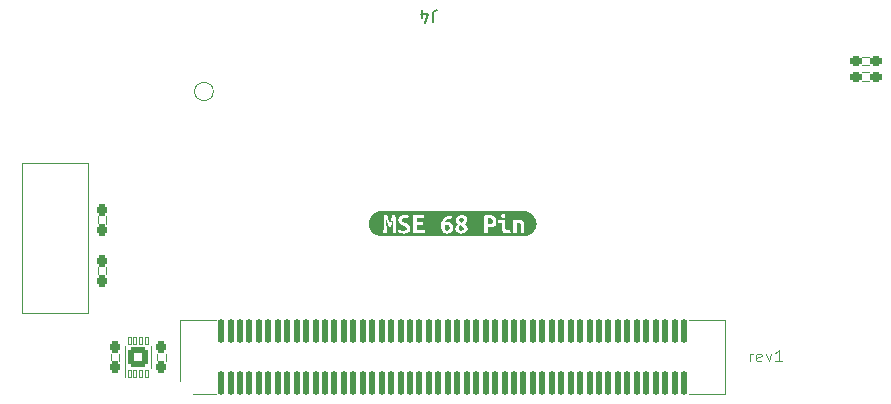
<source format=gto>
G04 #@! TF.GenerationSoftware,KiCad,Pcbnew,8.0.6*
G04 #@! TF.CreationDate,2024-11-07T02:27:38-08:00*
G04 #@! TF.ProjectId,mse-68-hd,6d73652d-3638-42d6-9864-2e6b69636164,1*
G04 #@! TF.SameCoordinates,Original*
G04 #@! TF.FileFunction,Legend,Top*
G04 #@! TF.FilePolarity,Positive*
%FSLAX46Y46*%
G04 Gerber Fmt 4.6, Leading zero omitted, Abs format (unit mm)*
G04 Created by KiCad (PCBNEW 8.0.6) date 2024-11-07 02:27:38*
%MOMM*%
%LPD*%
G01*
G04 APERTURE LIST*
G04 Aperture macros list*
%AMRoundRect*
0 Rectangle with rounded corners*
0 $1 Rounding radius*
0 $2 $3 $4 $5 $6 $7 $8 $9 X,Y pos of 4 corners*
0 Add a 4 corners polygon primitive as box body*
4,1,4,$2,$3,$4,$5,$6,$7,$8,$9,$2,$3,0*
0 Add four circle primitives for the rounded corners*
1,1,$1+$1,$2,$3*
1,1,$1+$1,$4,$5*
1,1,$1+$1,$6,$7*
1,1,$1+$1,$8,$9*
0 Add four rect primitives between the rounded corners*
20,1,$1+$1,$2,$3,$4,$5,0*
20,1,$1+$1,$4,$5,$6,$7,0*
20,1,$1+$1,$6,$7,$8,$9,0*
20,1,$1+$1,$8,$9,$2,$3,0*%
G04 Aperture macros list end*
%ADD10C,0.100000*%
%ADD11C,0.150000*%
%ADD12C,0.120000*%
%ADD13C,0.000000*%
%ADD14C,0.800000*%
%ADD15C,1.200000*%
%ADD16RoundRect,0.125000X0.125000X0.925000X-0.125000X0.925000X-0.125000X-0.925000X0.125000X-0.925000X0*%
%ADD17RoundRect,0.225000X0.225000X-0.275000X0.225000X0.275000X-0.225000X0.275000X-0.225000X-0.275000X0*%
%ADD18RoundRect,0.225000X-0.225000X0.275000X-0.225000X-0.275000X0.225000X-0.275000X0.225000X0.275000X0*%
%ADD19RoundRect,0.225000X-0.275000X-0.225000X0.275000X-0.225000X0.275000X0.225000X-0.275000X0.225000X0*%
%ADD20C,1.300000*%
%ADD21C,4.200000*%
%ADD22C,6.500000*%
%ADD23RoundRect,0.062500X0.137500X-0.287500X0.137500X0.287500X-0.137500X0.287500X-0.137500X-0.287500X0*%
%ADD24RoundRect,0.265625X0.584375X-0.584375X0.584375X0.584375X-0.584375X0.584375X-0.584375X-0.584375X0*%
%ADD25C,2.300000*%
%ADD26C,2.700000*%
%ADD27C,1.950000*%
%ADD28RoundRect,0.225000X0.275000X0.225000X-0.275000X0.225000X-0.275000X-0.225000X0.275000X-0.225000X0*%
G04 APERTURE END LIST*
D10*
X-12357143Y3627581D02*
X-12357143Y4294248D01*
X-12357143Y4103772D02*
X-12309524Y4199010D01*
X-12309524Y4199010D02*
X-12261905Y4246629D01*
X-12261905Y4246629D02*
X-12166667Y4294248D01*
X-12166667Y4294248D02*
X-12071429Y4294248D01*
X-11357143Y3675200D02*
X-11452381Y3627581D01*
X-11452381Y3627581D02*
X-11642857Y3627581D01*
X-11642857Y3627581D02*
X-11738095Y3675200D01*
X-11738095Y3675200D02*
X-11785714Y3770439D01*
X-11785714Y3770439D02*
X-11785714Y4151391D01*
X-11785714Y4151391D02*
X-11738095Y4246629D01*
X-11738095Y4246629D02*
X-11642857Y4294248D01*
X-11642857Y4294248D02*
X-11452381Y4294248D01*
X-11452381Y4294248D02*
X-11357143Y4246629D01*
X-11357143Y4246629D02*
X-11309524Y4151391D01*
X-11309524Y4151391D02*
X-11309524Y4056153D01*
X-11309524Y4056153D02*
X-11785714Y3960915D01*
X-10976190Y4294248D02*
X-10738095Y3627581D01*
X-10738095Y3627581D02*
X-10500000Y4294248D01*
X-9595238Y3627581D02*
X-10166666Y3627581D01*
X-9880952Y3627581D02*
X-9880952Y4627581D01*
X-9880952Y4627581D02*
X-9976190Y4484724D01*
X-9976190Y4484724D02*
X-10071428Y4389486D01*
X-10071428Y4389486D02*
X-10166666Y4341867D01*
D11*
X-39166667Y32354820D02*
X-39166667Y33069105D01*
X-39166667Y33069105D02*
X-39119048Y33211962D01*
X-39119048Y33211962D02*
X-39023810Y33307200D01*
X-39023810Y33307200D02*
X-38880953Y33354820D01*
X-38880953Y33354820D02*
X-38785715Y33354820D01*
X-40071429Y32688153D02*
X-40071429Y33354820D01*
X-39833334Y32307200D02*
X-39595239Y33021486D01*
X-39595239Y33021486D02*
X-40214286Y33021486D01*
D12*
G04 #@! TO.C,J1*
X-60600001Y7100000D02*
X-60600000Y2000000D01*
X-60600001Y7100000D02*
X-57500001Y7100000D01*
X-59500000Y900000D02*
X-57500001Y900000D01*
X-17499999Y7100000D02*
X-14399999Y7100000D01*
X-17499999Y900000D02*
X-14399999Y900000D01*
X-14399999Y7100000D02*
X-14399999Y900000D01*
D10*
G04 #@! TO.C,R3*
X-67549999Y11600000D02*
X-67549999Y11000000D01*
X-66850001Y11000000D02*
X-66850001Y11600000D01*
G04 #@! TO.C,R2*
X-67549999Y15900000D02*
X-67549999Y15300000D01*
X-66850001Y15300000D02*
X-66850001Y15900000D01*
G04 #@! TO.C,R4*
X-2800000Y27400000D02*
X-2200000Y27400000D01*
X-2200000Y28100000D02*
X-2800000Y28100000D01*
D12*
G04 #@! TO.C,J4*
X-57750000Y26484001D02*
G75*
G02*
X-59350000Y26484001I-800000J0D01*
G01*
X-59350000Y26484001D02*
G75*
G02*
X-57750000Y26484001I800000J0D01*
G01*
D10*
G04 #@! TO.C,C1*
X-66399999Y3700000D02*
X-66399999Y4300000D01*
X-65700001Y4300000D02*
X-65700001Y3700000D01*
D13*
G04 #@! TO.C,kibuzzard-672C6177*
G36*
X-36612783Y15733764D02*
G01*
X-36555836Y15606543D01*
X-36587338Y15476898D01*
X-36693962Y15354523D01*
X-36813308Y15411470D01*
X-36890246Y15465994D01*
X-36945981Y15604120D01*
X-36886611Y15732553D01*
X-36749697Y15776171D01*
X-36612783Y15733764D01*
G37*
G36*
X-36693962Y15091599D02*
G01*
X-36590973Y15031018D01*
X-36532815Y14964378D01*
X-36514641Y14879564D01*
X-36578857Y14754766D01*
X-36752120Y14702666D01*
X-36915691Y14752342D01*
X-36984754Y14898950D01*
X-36948405Y15031018D01*
X-36844204Y15155816D01*
X-36693962Y15091599D01*
G37*
G36*
X-34248586Y15731038D02*
G01*
X-34165287Y15690145D01*
X-34111672Y15616539D01*
X-34093800Y15504766D01*
X-34111975Y15386935D01*
X-34166498Y15309693D01*
X-34256765Y15266983D01*
X-34382169Y15252746D01*
X-34503332Y15252746D01*
X-34503332Y15737399D01*
X-34429422Y15743457D01*
X-34355513Y15744669D01*
X-34248586Y15731038D01*
G37*
G36*
X-37875909Y15183986D02*
G01*
X-37806240Y15137641D01*
X-37755351Y14961955D01*
X-37766256Y14877141D01*
X-37800182Y14797173D01*
X-37859552Y14736591D01*
X-37946789Y14712359D01*
X-38052201Y14742649D01*
X-38118841Y14823829D01*
X-38152767Y14938934D01*
X-38162460Y15073425D01*
X-38161248Y15119467D01*
X-38157613Y15163086D01*
X-38077645Y15189742D01*
X-37983138Y15199435D01*
X-37875909Y15183986D01*
G37*
G36*
X-31337556Y16341407D02*
G01*
X-31235974Y16326339D01*
X-31136358Y16301386D01*
X-31039668Y16266790D01*
X-30946834Y16222883D01*
X-30858751Y16170088D01*
X-30776267Y16108914D01*
X-30700176Y16039949D01*
X-30631212Y15963858D01*
X-30570037Y15881374D01*
X-30517242Y15793291D01*
X-30473335Y15700458D01*
X-30438739Y15603767D01*
X-30413786Y15504151D01*
X-30398718Y15402570D01*
X-30393679Y15300000D01*
X-30398718Y15197430D01*
X-30413786Y15095849D01*
X-30438739Y14996233D01*
X-30473335Y14899542D01*
X-30517242Y14806709D01*
X-30570037Y14718626D01*
X-30631212Y14636142D01*
X-30700176Y14560051D01*
X-30776267Y14491086D01*
X-30858751Y14429912D01*
X-30946834Y14377117D01*
X-31039668Y14333210D01*
X-31136358Y14298614D01*
X-31235974Y14273661D01*
X-31337556Y14258593D01*
X-31440125Y14253554D01*
X-31440327Y14253554D01*
X-32911248Y14253554D01*
X-34503332Y14253554D01*
X-36756967Y14253554D01*
X-37939519Y14253554D01*
X-40837742Y14253554D01*
X-41639842Y14253554D01*
X-42257775Y14253554D01*
X-43357936Y14253554D01*
X-43559875Y14253554D01*
X-43662444Y14258593D01*
X-43764026Y14273661D01*
X-43863642Y14298614D01*
X-43960332Y14333210D01*
X-44053166Y14377117D01*
X-44141249Y14429912D01*
X-44218217Y14486995D01*
X-43357936Y14486995D01*
X-43084107Y14486995D01*
X-43096224Y15652585D01*
X-42919326Y15017690D01*
X-42701232Y15017690D01*
X-42517064Y15652585D01*
X-42531603Y14486995D01*
X-42257775Y14486995D01*
X-42260118Y14569386D01*
X-42105109Y14569386D01*
X-41937904Y14495477D01*
X-41807653Y14465489D01*
X-41639842Y14455493D01*
X-41469810Y14468282D01*
X-41402247Y14486995D01*
X-40837742Y14486995D01*
X-39875707Y14486995D01*
X-39875707Y14734168D01*
X-40539681Y14734168D01*
X-40539681Y15100081D01*
X-38455674Y15100081D01*
X-38441000Y14898277D01*
X-38396978Y14735514D01*
X-38323607Y14611793D01*
X-38222233Y14524960D01*
X-38094204Y14472859D01*
X-37939519Y14455493D01*
X-37824414Y14467306D01*
X-37726272Y14502746D01*
X-37578453Y14625121D01*
X-37492427Y14789903D01*
X-37480975Y14862601D01*
X-37263429Y14862601D01*
X-37227080Y14691761D01*
X-37124091Y14563328D01*
X-36964156Y14483360D01*
X-36865711Y14462460D01*
X-36756967Y14455493D01*
X-36623082Y14465186D01*
X-36512217Y14494265D01*
X-36351070Y14592407D01*
X-36261410Y14726898D01*
X-36233542Y14874717D01*
X-36247779Y14983764D01*
X-36290489Y15083118D01*
X-36367730Y15173990D01*
X-36485561Y15257593D01*
X-36391054Y15333623D01*
X-36325626Y15426010D01*
X-36287460Y15527484D01*
X-36274737Y15630775D01*
X-36306543Y15791922D01*
X-36401959Y15916721D01*
X-36496989Y15967609D01*
X-34801393Y15967609D01*
X-34801393Y14486995D01*
X-34503332Y14486995D01*
X-34503332Y14993457D01*
X-34396708Y14993457D01*
X-34217522Y15006785D01*
X-34067683Y15046769D01*
X-33947193Y15113409D01*
X-33859013Y15209935D01*
X-33806105Y15339580D01*
X-33788469Y15502342D01*
X-33801892Y15625929D01*
X-33633380Y15625929D01*
X-33633380Y15378756D01*
X-33318356Y15378756D01*
X-33318356Y14959532D01*
X-33313510Y14847456D01*
X-33298970Y14748708D01*
X-33232330Y14592407D01*
X-33106321Y14494265D01*
X-33018174Y14468821D01*
X-32911248Y14460339D01*
X-32762217Y14476090D01*
X-32588954Y14535460D01*
X-32627726Y14775363D01*
X-32758582Y14730533D01*
X-32857936Y14719628D01*
X-32982734Y14769305D01*
X-33020295Y14920759D01*
X-33020295Y15589580D01*
X-32356321Y15589580D01*
X-32356321Y14486995D01*
X-32058259Y14486995D01*
X-32058259Y15381179D01*
X-31989196Y15388449D01*
X-31922557Y15390872D01*
X-31774737Y15320598D01*
X-31747476Y15227908D01*
X-31738389Y15090388D01*
X-31738389Y14486995D01*
X-31440327Y14486995D01*
X-31440327Y15129160D01*
X-31445779Y15240327D01*
X-31462137Y15341195D01*
X-31536046Y15505977D01*
X-31677807Y15612601D01*
X-31778978Y15640771D01*
X-31903170Y15650162D01*
X-32036147Y15645315D01*
X-32158825Y15630775D01*
X-32266963Y15610784D01*
X-32356321Y15589580D01*
X-33020295Y15589580D01*
X-33020295Y15625929D01*
X-33221426Y15625929D01*
X-33633380Y15625929D01*
X-33801892Y15625929D01*
X-33805971Y15663489D01*
X-33858475Y15791519D01*
X-33945981Y15886430D01*
X-34065260Y15951723D01*
X-34070339Y15953069D01*
X-33408017Y15953069D01*
X-33353494Y15814943D01*
X-33221426Y15764055D01*
X-33088146Y15814943D01*
X-33032411Y15953069D01*
X-33088146Y16093619D01*
X-33221426Y16144507D01*
X-33353494Y16093619D01*
X-33408017Y15953069D01*
X-34070339Y15953069D01*
X-34213079Y15990899D01*
X-34389439Y16003958D01*
X-34483946Y16001535D01*
X-34592993Y15995477D01*
X-34703251Y15984572D01*
X-34801393Y15967609D01*
X-36496989Y15967609D01*
X-36551292Y15996688D01*
X-36744851Y16023344D01*
X-36869649Y16013045D01*
X-36972637Y15982149D01*
X-37120456Y15877948D01*
X-37201636Y15736187D01*
X-37227080Y15584733D01*
X-37188308Y15410258D01*
X-37132573Y15330291D01*
X-37042912Y15255170D01*
X-37141660Y15171870D01*
X-37210117Y15077060D01*
X-37250101Y14973162D01*
X-37263429Y14862601D01*
X-37480975Y14862601D01*
X-37464560Y14966801D01*
X-37490004Y15150969D01*
X-37573607Y15303635D01*
X-37722637Y15407835D01*
X-37823506Y15436914D01*
X-37944366Y15446607D01*
X-38021910Y15435703D01*
X-38111571Y15405412D01*
X-38027968Y15562924D01*
X-37893477Y15665913D01*
X-37723849Y15722859D01*
X-37534834Y15742246D01*
X-37551797Y15996688D01*
X-37746264Y15982149D01*
X-37922557Y15938530D01*
X-38077645Y15866438D01*
X-38208502Y15766478D01*
X-38313611Y15639257D01*
X-38391458Y15485380D01*
X-38439620Y15305452D01*
X-38455674Y15100081D01*
X-40539681Y15100081D01*
X-40539681Y15155816D01*
X-40008986Y15155816D01*
X-40008986Y15402989D01*
X-40539681Y15402989D01*
X-40539681Y15739822D01*
X-39929019Y15739822D01*
X-39929019Y15986995D01*
X-40837742Y15986995D01*
X-40837742Y14486995D01*
X-41402247Y14486995D01*
X-41331280Y14506651D01*
X-41224253Y14570598D01*
X-41121567Y14709632D01*
X-41087338Y14896527D01*
X-41097637Y15009511D01*
X-41128534Y15101292D01*
X-41233946Y15236995D01*
X-41374495Y15324233D01*
X-41521103Y15383603D01*
X-41614398Y15419952D01*
X-41699212Y15464782D01*
X-41761006Y15522940D01*
X-41785238Y15599273D01*
X-41758852Y15694857D01*
X-41679692Y15752208D01*
X-41547758Y15771325D01*
X-41376918Y15747092D01*
X-41242427Y15688934D01*
X-41155190Y15919144D01*
X-41328453Y15989418D01*
X-41440226Y16013045D01*
X-41569568Y16020921D01*
X-41718060Y16007728D01*
X-41843666Y15968148D01*
X-41946385Y15902181D01*
X-42049071Y15760420D01*
X-42083300Y15572617D01*
X-42044527Y15394507D01*
X-41946385Y15274556D01*
X-41814317Y15194588D01*
X-41673768Y15138853D01*
X-41571991Y15096446D01*
X-41479907Y15045557D01*
X-41412056Y14981341D01*
X-41385400Y14898950D01*
X-41396305Y14827464D01*
X-41436288Y14764459D01*
X-41515044Y14720840D01*
X-41639842Y14705089D01*
X-41760703Y14713570D01*
X-41861571Y14739015D01*
X-42017872Y14811712D01*
X-42105109Y14569386D01*
X-42260118Y14569386D01*
X-42263227Y14678736D01*
X-42269891Y14866236D01*
X-42278069Y15051010D01*
X-42288065Y15234572D01*
X-42300182Y15418437D01*
X-42314721Y15604120D01*
X-42330775Y15793134D01*
X-42347435Y15986995D01*
X-42594608Y15986995D01*
X-42638227Y15858562D01*
X-42691539Y15692569D01*
X-42752120Y15508401D01*
X-42812702Y15323021D01*
X-42868437Y15497496D01*
X-42926595Y15684087D01*
X-42981119Y15856139D01*
X-43023526Y15986995D01*
X-43270699Y15986995D01*
X-43286753Y15822819D01*
X-43300989Y15645315D01*
X-43313409Y15458118D01*
X-43324011Y15264863D01*
X-43333401Y15067973D01*
X-43342185Y14869871D01*
X-43350363Y14674798D01*
X-43357936Y14486995D01*
X-44218217Y14486995D01*
X-44223733Y14491086D01*
X-44299824Y14560051D01*
X-44368788Y14636142D01*
X-44429963Y14718626D01*
X-44482758Y14806709D01*
X-44526665Y14899542D01*
X-44561261Y14996233D01*
X-44586214Y15095849D01*
X-44601282Y15197430D01*
X-44606321Y15300000D01*
X-44601282Y15402570D01*
X-44586214Y15504151D01*
X-44561261Y15603767D01*
X-44526665Y15700458D01*
X-44482758Y15793291D01*
X-44429963Y15881374D01*
X-44368788Y15963858D01*
X-44299824Y16039949D01*
X-44223733Y16108914D01*
X-44141249Y16170088D01*
X-44053166Y16222883D01*
X-43960332Y16266790D01*
X-43863642Y16301386D01*
X-43764026Y16326339D01*
X-43662444Y16341407D01*
X-43559875Y16346446D01*
X-43357936Y16346446D01*
X-31440327Y16346446D01*
X-31440125Y16346446D01*
X-31337556Y16341407D01*
G37*
D10*
G04 #@! TO.C,R1*
X-62499999Y4300000D02*
X-62499999Y3700000D01*
X-61800001Y3700000D02*
X-61800001Y4300000D01*
G04 #@! TO.C,U1*
X-65200000Y2300000D02*
X-65200000Y4950000D01*
X-63000000Y4950000D02*
X-63000000Y3050000D01*
G04 #@! TO.C,J3*
X-68370000Y7770001D02*
X-73969999Y7770000D01*
X-73969999Y20440000D01*
X-68369999Y20440000D01*
X-68370000Y7770001D01*
G04 #@! TO.C,C2*
X-2800000Y29400000D02*
X-2200000Y29400000D01*
X-2200000Y28700000D02*
X-2800000Y28700000D01*
G04 #@! TD*
%LPC*%
D14*
G04 #@! TO.C,J1*
X-15400000Y4000000D03*
D15*
X-59600000Y4000000D03*
D16*
X-57100000Y1800000D03*
X-57100000Y6200000D03*
X-56300000Y1800001D03*
X-56300000Y6199999D03*
X-55500000Y1800000D03*
X-55500000Y6200000D03*
X-54700001Y1800000D03*
X-54700001Y6200000D03*
X-53900000Y1800000D03*
X-53900000Y6200000D03*
X-53100000Y1800000D03*
X-53100000Y6200000D03*
X-52299999Y1800000D03*
X-52299999Y6200000D03*
X-51500000Y1800000D03*
X-51500000Y6200000D03*
X-50700000Y1800001D03*
X-50700000Y6199999D03*
X-49900000Y1800000D03*
X-49900000Y6200000D03*
X-49100000Y1800000D03*
X-49100000Y6200000D03*
X-48300000Y1800000D03*
X-48300000Y6200000D03*
X-47500000Y1800000D03*
X-47500000Y6200000D03*
X-46699999Y1800000D03*
X-46699999Y6200000D03*
X-45900000Y1800000D03*
X-45900000Y6200000D03*
X-45100000Y1800001D03*
X-45100000Y6199999D03*
X-44300000Y1800000D03*
X-44300000Y6200000D03*
X-43500000Y1800000D03*
X-43500000Y6200000D03*
X-42700000Y1800000D03*
X-42700000Y6200000D03*
X-41900000Y1800000D03*
X-41900000Y6200000D03*
X-41099999Y1800000D03*
X-41099999Y6200000D03*
X-40300000Y1800000D03*
X-40300000Y6200000D03*
X-39500000Y1800001D03*
X-39500000Y6199999D03*
X-38700000Y1800000D03*
X-38700000Y6200000D03*
X-37900000Y1800000D03*
X-37900000Y6200000D03*
X-37100000Y1800000D03*
X-37100000Y6200000D03*
X-36300000Y1800000D03*
X-36300000Y6200000D03*
X-35500000Y1800001D03*
X-35500000Y6199999D03*
X-34700000Y1800000D03*
X-34700000Y6200000D03*
X-33900001Y1800000D03*
X-33900001Y6200000D03*
X-33100000Y1800000D03*
X-33100000Y6200000D03*
X-32300000Y1800000D03*
X-32300000Y6200000D03*
X-31500000Y1800000D03*
X-31500000Y6200000D03*
X-30700000Y1800000D03*
X-30700000Y6200000D03*
X-29900000Y1800001D03*
X-29900000Y6199999D03*
X-29100000Y1800000D03*
X-29100000Y6200000D03*
X-28300001Y1800000D03*
X-28300001Y6200000D03*
X-27500000Y1800000D03*
X-27500000Y6200000D03*
X-26700000Y1800000D03*
X-26700000Y6200000D03*
X-25900000Y1800000D03*
X-25900000Y6200000D03*
X-25100000Y1800000D03*
X-25100000Y6200000D03*
X-24300000Y1800001D03*
X-24300000Y6199999D03*
X-23500000Y1800000D03*
X-23500000Y6200000D03*
X-22700001Y1800000D03*
X-22700001Y6200000D03*
X-21900000Y1800000D03*
X-21900000Y6200000D03*
X-21100000Y1800000D03*
X-21100000Y6200000D03*
X-20299999Y1800000D03*
X-20299999Y6200000D03*
X-19500000Y1800000D03*
X-19500000Y6200000D03*
X-18700000Y1800001D03*
X-18700000Y6199999D03*
X-17900000Y1800000D03*
X-17900000Y6200000D03*
G04 #@! TD*
D17*
G04 #@! TO.C,R3*
X-67200000Y10450000D03*
X-67200000Y12150000D03*
G04 #@! TD*
D18*
G04 #@! TO.C,R2*
X-67200000Y16450000D03*
X-67200000Y14750000D03*
G04 #@! TD*
D19*
G04 #@! TO.C,R4*
X-3350000Y27750000D03*
X-1650000Y27750000D03*
G04 #@! TD*
D20*
G04 #@! TO.C,J4*
X-58550000Y26484001D03*
X-57280000Y24579000D03*
X-56010000Y26484001D03*
X-54739999Y24579000D03*
X-53470000Y26484001D03*
X-52199999Y24579000D03*
X-50930000Y26484000D03*
X-49659999Y24579000D03*
X-48390000Y26484001D03*
X-47119999Y24579000D03*
X-45850000Y26484001D03*
X-44579998Y24579000D03*
X-43310000Y26484001D03*
X-42039999Y24579000D03*
X-40770000Y26484000D03*
X-39499999Y24579000D03*
X-38230000Y26484000D03*
X-36959999Y24579000D03*
X-35690000Y26484001D03*
X-34420000Y24579000D03*
X-33150000Y26484001D03*
X-31879999Y24579000D03*
X-30610000Y26484001D03*
X-29339999Y24579000D03*
X-28070000Y26484000D03*
X-26799999Y24579000D03*
X-25530000Y26484001D03*
X-24259999Y24579000D03*
X-22990000Y26484001D03*
X-21719998Y24579000D03*
X-20450000Y26484001D03*
X-19179999Y24579000D03*
X-17910000Y26484000D03*
X-16639999Y24579000D03*
X-58550000Y30294000D03*
X-57280000Y28389000D03*
X-56010000Y30294000D03*
X-54740000Y28389000D03*
X-53470000Y30294000D03*
X-52200000Y28389000D03*
X-50930000Y30294000D03*
X-49660000Y28389000D03*
X-48390000Y30294000D03*
X-47120000Y28389000D03*
X-45850000Y30294000D03*
X-44580000Y28389000D03*
X-43310000Y30294000D03*
X-42040000Y28389000D03*
X-40770000Y30294000D03*
X-39500000Y28389000D03*
X-38230000Y30294000D03*
X-36960000Y28389000D03*
X-35690000Y30294000D03*
X-34420000Y28389000D03*
X-33150000Y30294000D03*
X-31880000Y28389000D03*
X-30610000Y30294000D03*
X-29340000Y28389000D03*
X-28070000Y30294000D03*
X-26800000Y28389000D03*
X-25530000Y30294000D03*
X-24260000Y28389000D03*
X-22990000Y30294000D03*
X-21720000Y28389000D03*
X-20450000Y30294000D03*
X-19180000Y28389000D03*
X-17910000Y30294000D03*
X-16640000Y28389000D03*
D21*
X-8639000Y28389000D03*
X-66550000Y28389000D03*
G04 #@! TD*
D17*
G04 #@! TO.C,C1*
X-66050000Y3150000D03*
X-66050000Y4850000D03*
G04 #@! TD*
D22*
G04 #@! TO.C,H4*
X-4000000Y4000000D03*
G04 #@! TD*
D17*
G04 #@! TO.C,R1*
X-62150000Y3150000D03*
X-62150000Y4850000D03*
G04 #@! TD*
D23*
G04 #@! TO.C,U1*
X-64850001Y2600000D03*
X-64350000Y2600000D03*
X-63850000Y2600000D03*
X-63349999Y2600000D03*
X-63349999Y5400000D03*
X-63850000Y5400000D03*
X-64350000Y5400000D03*
X-64850001Y5400000D03*
D24*
X-64100000Y4000000D03*
G04 #@! TD*
D25*
G04 #@! TO.C,J3*
X-72440000Y10870000D03*
D26*
X-69900000Y17340000D03*
D27*
X-72440000Y16010000D03*
X-69900000Y14740000D03*
X-72440000Y13470000D03*
X-69900000Y12200000D03*
G04 #@! TD*
D28*
G04 #@! TO.C,C2*
X-1650000Y29050000D03*
X-3350000Y29050000D03*
G04 #@! TD*
D22*
G04 #@! TO.C,H3*
X-71000000Y4000000D03*
G04 #@! TD*
G36*
X-56961Y21580315D02*
G01*
X-11206Y21527511D01*
X0Y21476000D01*
X0Y12524000D01*
X-19685Y12456961D01*
X-72489Y12411206D01*
X-124000Y12400000D01*
X-2376000Y12400000D01*
X-2443039Y12419685D01*
X-2488794Y12472489D01*
X-2500000Y12524000D01*
X-2500000Y21476000D01*
X-2480315Y21543039D01*
X-2427511Y21588794D01*
X-2376000Y21600000D01*
X-124000Y21600000D01*
X-56961Y21580315D01*
G37*
%LPD*%
M02*

</source>
